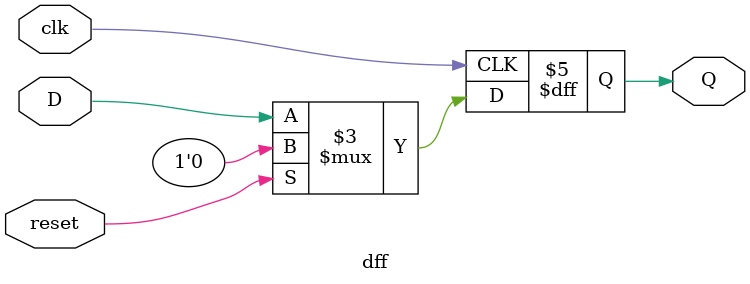
<source format=v>
module dff (
    input  wire clk,
    input  wire reset,   // active high synchronous reset
    input  wire D,
    output reg  Q
);

always @(posedge clk) begin
    if (reset)
        Q <= 1'b0;
    else
        Q <= D;
end

endmodule

</source>
